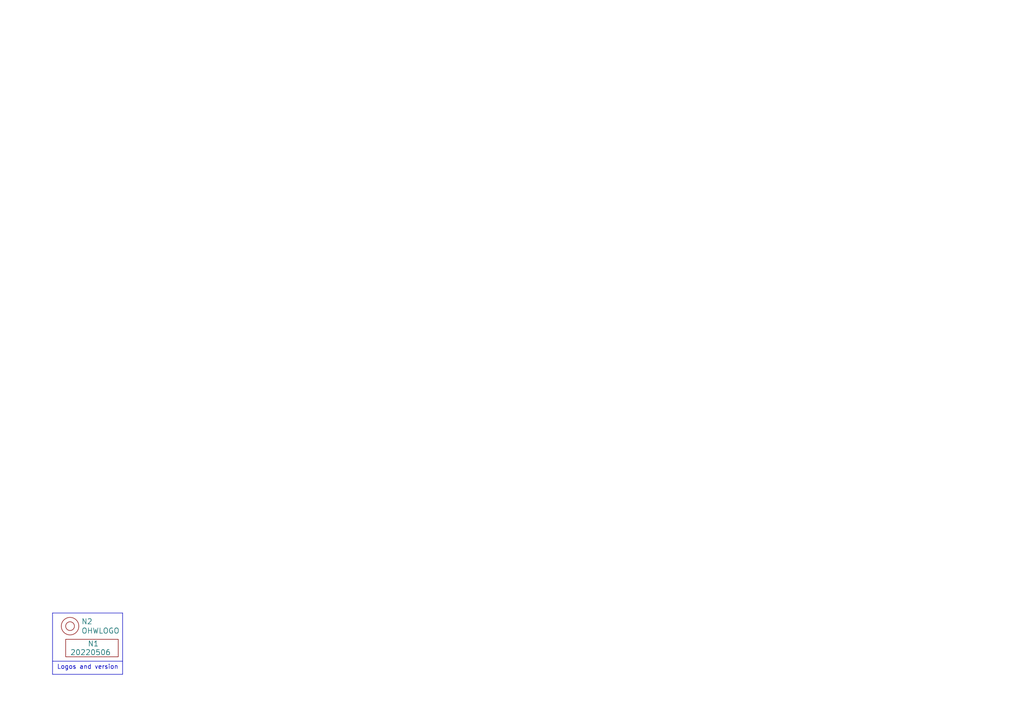
<source format=kicad_sch>
(kicad_sch (version 20230121) (generator eeschema)
  (paper "A4")
  (lib_symbols
    (symbol "SquantorLabels:OHWLOGO" (pin_names (offset 1.016))
      (property "Reference" "N" (at 0 3.81 0))
      (property "Value" "OHWLOGO" (at 0 -3.81 0))
      (symbol "OHWLOGO_0_1"
        (circle (center 0 0) (radius 1.27))
        (circle (center 0 0) (radius 2.54))
      )
    )
    (symbol "SquantorLabels:VYYYYMMDD" (pin_names (offset 1.016))
      (property "Reference" "N" (at 0 2.54 0))
      (property "Value" "VYYYYMMDD" (at 0 0 0))
      (symbol "VYYYYMMDD_0_1"
        (rectangle (start 7.62 -1.27) (end -7.62 3.81))
      )
    )
  )
  (polyline (pts (xy 15.24 177.8) (xy 15.24 195.58)))
  (polyline (pts (xy 35.56 177.8) (xy 15.24 177.8)))
  (polyline (pts (xy 35.56 195.58) (xy 35.56 177.8)))
  (polyline (pts (xy 15.24 195.58) (xy 35.56 195.58)))
  (polyline (pts (xy 15.24 191.77) (xy 35.56 191.77)))
  (text "Logos and version" (at 16.51 194.31 0) (effects (font (size 1.27 1.27)) (justify left bottom)))
  (symbol (lib_id "SquantorLabels:VYYYYMMDD") (at 26.67 189.23 0) (unit 1)
    (property "Reference" "N1" (at 25.4 186.69 0) (effects (font (size 1.524 1.524)) (justify left)))
    (property "Value" "20220506" (at 20.32 189.23 0) (effects (font (size 1.524 1.524)) (justify left)))
    (property "Footprint" "SquantorLabels:Label_Generic" (effects hide))
  )
  (symbol (lib_id "SquantorLabels:OHWLOGO") (at 20.32 181.61 0) (unit 1)
    (property "Reference" "N2" (at 23.5712 180.2638 0) (effects (font (size 1.524 1.524)) (justify left)))
    (property "Value" "OHWLOGO" (at 23.5712 182.9562 0) (effects (font (size 1.524 1.524)) (justify left)))
    (property "Footprint" "Symbol:OSHW-Symbol_6.7x6mm_SilkScreen" (effects hide))
  )
)
</source>
